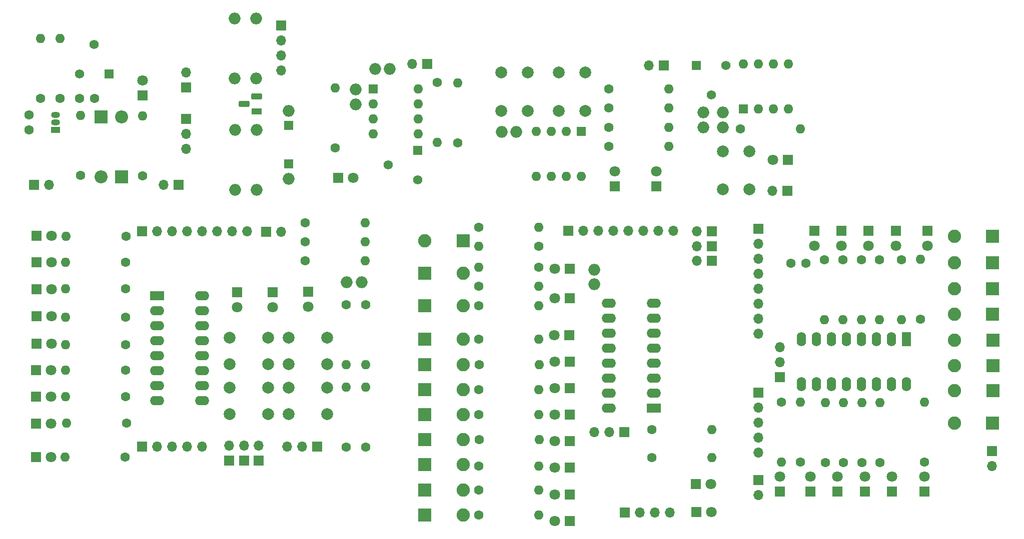
<source format=gbr>
%TF.GenerationSoftware,KiCad,Pcbnew,8.0.3*%
%TF.CreationDate,2024-10-06T13:21:57+03:00*%
%TF.ProjectId,JLC9,4a4c4339-2e6b-4696-9361-645f70636258,rev?*%
%TF.SameCoordinates,Original*%
%TF.FileFunction,Soldermask,Bot*%
%TF.FilePolarity,Negative*%
%FSLAX46Y46*%
G04 Gerber Fmt 4.6, Leading zero omitted, Abs format (unit mm)*
G04 Created by KiCad (PCBNEW 8.0.3) date 2024-10-06 13:21:57*
%MOMM*%
%LPD*%
G01*
G04 APERTURE LIST*
G04 Aperture macros list*
%AMRoundRect*
0 Rectangle with rounded corners*
0 $1 Rounding radius*
0 $2 $3 $4 $5 $6 $7 $8 $9 X,Y pos of 4 corners*
0 Add a 4 corners polygon primitive as box body*
4,1,4,$2,$3,$4,$5,$6,$7,$8,$9,$2,$3,0*
0 Add four circle primitives for the rounded corners*
1,1,$1+$1,$2,$3*
1,1,$1+$1,$4,$5*
1,1,$1+$1,$6,$7*
1,1,$1+$1,$8,$9*
0 Add four rect primitives between the rounded corners*
20,1,$1+$1,$2,$3,$4,$5,0*
20,1,$1+$1,$4,$5,$6,$7,0*
20,1,$1+$1,$6,$7,$8,$9,0*
20,1,$1+$1,$8,$9,$2,$3,0*%
G04 Aperture macros list end*
%ADD10R,1.800000X1.800000*%
%ADD11C,1.800000*%
%ADD12C,2.000000*%
%ADD13O,2.000000X2.000000*%
%ADD14R,1.600000X1.600000*%
%ADD15O,1.600000X1.600000*%
%ADD16C,1.600000*%
%ADD17R,1.700000X1.700000*%
%ADD18O,1.700000X1.700000*%
%ADD19R,1.560000X1.560000*%
%ADD20C,1.560000*%
%ADD21O,2.400000X1.600000*%
%ADD22R,2.400000X1.600000*%
%ADD23C,2.250000*%
%ADD24R,2.250000X2.250000*%
%ADD25R,2.200000X2.200000*%
%ADD26O,2.200000X2.200000*%
%ADD27R,1.500000X1.050000*%
%ADD28O,1.500000X1.050000*%
%ADD29R,1.800000X1.100000*%
%ADD30RoundRect,0.275000X0.625000X-0.275000X0.625000X0.275000X-0.625000X0.275000X-0.625000X-0.275000X0*%
%ADD31R,1.600000X2.400000*%
%ADD32O,1.600000X2.400000*%
G04 APERTURE END LIST*
D10*
%TO.C,D5*%
X187344218Y-87988282D03*
D11*
X184804218Y-87988282D03*
%TD*%
D12*
%TO.C,SW1*%
X138800000Y-79690000D03*
X138800000Y-73190000D03*
X143300000Y-79690000D03*
X143300000Y-73190000D03*
%TD*%
D13*
%TO.C,C33*%
X176304218Y-79935782D03*
X176304218Y-82435782D03*
%TD*%
D14*
%TO.C,U2*%
X179754218Y-79288282D03*
D15*
X182294218Y-79288282D03*
X184834218Y-79288282D03*
X187374218Y-79288282D03*
X187374218Y-71668282D03*
X184834218Y-71668282D03*
X182294218Y-71668282D03*
X179754218Y-71668282D03*
%TD*%
D12*
%TO.C,SW3*%
X176314218Y-92985782D03*
X176314218Y-86485782D03*
X180814218Y-92985782D03*
X180814218Y-86485782D03*
%TD*%
D16*
%TO.C,R25*%
X131450000Y-85105000D03*
D15*
X131450000Y-74945000D03*
%TD*%
D16*
%TO.C,R20*%
X110700000Y-85935000D03*
D15*
X110700000Y-75775000D03*
%TD*%
D12*
%TO.C,SW2*%
X153050000Y-73190000D03*
X153050000Y-79690000D03*
X148550000Y-73190000D03*
X148550000Y-79690000D03*
%TD*%
D11*
%TO.C,D3*%
X165050000Y-89950000D03*
D10*
X165050000Y-92490000D03*
%TD*%
D15*
%TO.C,R19*%
X167210000Y-75940000D03*
D16*
X157050000Y-75940000D03*
%TD*%
%TO.C,R24*%
X127950000Y-74865000D03*
D15*
X127950000Y-85025000D03*
%TD*%
D17*
%TO.C,REF\u002A\u002A*%
X187279218Y-93185782D03*
D18*
X184739218Y-93185782D03*
%TD*%
D15*
%TO.C,R18*%
X167210000Y-85690000D03*
D16*
X157050000Y-85690000D03*
%TD*%
D11*
%TO.C,D6*%
X158050000Y-89925000D03*
D10*
X158050000Y-92465000D03*
%TD*%
D18*
%TO.C,REF\u002A\u002A*%
X163790000Y-72000000D03*
D17*
X166330000Y-72000000D03*
%TD*%
D15*
%TO.C,R21*%
X167210000Y-79190000D03*
D16*
X157050000Y-79190000D03*
%TD*%
D14*
%TO.C,U3*%
X117150000Y-75975000D03*
D15*
X117150000Y-78515000D03*
X117150000Y-81055000D03*
X117150000Y-83595000D03*
X124770000Y-83595000D03*
X124770000Y-81055000D03*
X124770000Y-78515000D03*
X124770000Y-75975000D03*
%TD*%
D19*
%TO.C,RV2*%
X124690000Y-86350000D03*
D20*
X119690000Y-88850000D03*
X124690000Y-91350000D03*
%TD*%
D13*
%TO.C,C31*%
X173054218Y-79935782D03*
X173054218Y-82435782D03*
%TD*%
D15*
%TO.C,R22*%
X167210000Y-82440000D03*
D16*
X157050000Y-82440000D03*
%TD*%
D15*
%TO.C,U1*%
X152330000Y-90720000D03*
X149790000Y-90720000D03*
X147250000Y-90720000D03*
X144710000Y-90720000D03*
X144710000Y-83100000D03*
X147250000Y-83100000D03*
X149790000Y-83100000D03*
D14*
X152330000Y-83100000D03*
%TD*%
D13*
%TO.C,C1*%
X119950000Y-72525000D03*
X117450000Y-72525000D03*
%TD*%
D17*
%TO.C,REF\u002A\u002A*%
X126250000Y-71700000D03*
D18*
X123710000Y-71700000D03*
%TD*%
D13*
%TO.C,C3*%
X141380000Y-83200000D03*
X138880000Y-83200000D03*
%TD*%
%TO.C,C5*%
X114200000Y-78525000D03*
X114200000Y-76025000D03*
%TD*%
D19*
%TO.C,RV1*%
X171864218Y-71985782D03*
D20*
X174364218Y-76985782D03*
X176864218Y-71985782D03*
%TD*%
D16*
%TO.C,R23*%
X179304218Y-82738282D03*
D15*
X189464218Y-82738282D03*
%TD*%
D10*
%TO.C,D4*%
X111200000Y-91025000D03*
D11*
X113740000Y-91025000D03*
%TD*%
D16*
%TO.C,R145*%
X210440000Y-139215000D03*
D15*
X210440000Y-129055000D03*
%TD*%
D21*
%TO.C,U6*%
X88220000Y-110975000D03*
X88220000Y-113515000D03*
X88220000Y-116055000D03*
X88220000Y-118595000D03*
X88220000Y-121135000D03*
X88220000Y-123675000D03*
X88220000Y-126215000D03*
X88220000Y-128755000D03*
X80600000Y-128755000D03*
X80600000Y-126215000D03*
X80600000Y-123675000D03*
X80600000Y-121135000D03*
X80600000Y-118595000D03*
X80600000Y-116055000D03*
X80600000Y-113515000D03*
D22*
X80600000Y-110975000D03*
%TD*%
D18*
%TO.C,REF\u002A\u002A*%
X95275000Y-136410000D03*
D17*
X95275000Y-138950000D03*
%TD*%
D11*
%TO.C,D35*%
X147810000Y-117650371D03*
D10*
X150350000Y-117650371D03*
%TD*%
D15*
%TO.C,R32*%
X145180000Y-148150371D03*
D16*
X135020000Y-148150371D03*
%TD*%
D15*
%TO.C,R23*%
X115760000Y-98600000D03*
D16*
X105600000Y-98600000D03*
%TD*%
D11*
%TO.C,D31*%
X100100000Y-112905000D03*
D10*
X100100000Y-110365000D03*
%TD*%
D23*
%TO.C,SW19*%
X132350000Y-139650371D03*
D24*
X125850000Y-139650371D03*
%TD*%
D15*
%TO.C,R29*%
X145260000Y-135400371D03*
D16*
X135100000Y-135400371D03*
%TD*%
D23*
%TO.C,SW18*%
X132350000Y-135400371D03*
D24*
X125850000Y-135400371D03*
%TD*%
%TO.C,SW61*%
X221990000Y-114135000D03*
D23*
X215490000Y-114135000D03*
%TD*%
D10*
%TO.C,D100*%
X185990000Y-144185000D03*
D11*
X185990000Y-141645000D03*
%TD*%
D17*
%TO.C,SW68*%
X185940000Y-124760000D03*
D18*
X185940000Y-122220000D03*
X185940000Y-119680000D03*
%TD*%
%TO.C,REF\u002A\u002A*%
X171910000Y-100075371D03*
D17*
X174450000Y-100075371D03*
%TD*%
D24*
%TO.C,SW63*%
X221990000Y-105385000D03*
D23*
X215490000Y-105385000D03*
%TD*%
%TO.C,SW11*%
X132350000Y-107150371D03*
D24*
X125850000Y-107150371D03*
%TD*%
D15*
%TO.C,R21*%
X115850000Y-122680000D03*
D16*
X115850000Y-112520000D03*
%TD*%
D10*
%TO.C,D92*%
X191140000Y-144225000D03*
D11*
X191140000Y-141685000D03*
%TD*%
%TO.C,D22*%
X62670000Y-100850000D03*
D10*
X60130000Y-100850000D03*
%TD*%
D11*
%TO.C,D30*%
X62600000Y-138350000D03*
D10*
X60060000Y-138350000D03*
%TD*%
D24*
%TO.C,SW66*%
X221990000Y-100885000D03*
D23*
X215490000Y-100885000D03*
%TD*%
D10*
%TO.C,D95*%
X196390000Y-99995000D03*
D11*
X196390000Y-102535000D03*
%TD*%
D15*
%TO.C,R13*%
X65060000Y-128100000D03*
D16*
X75220000Y-128100000D03*
%TD*%
D11*
%TO.C,D24*%
X62655000Y-109900000D03*
D10*
X60115000Y-109900000D03*
%TD*%
D15*
%TO.C,R26*%
X145260000Y-122650371D03*
D16*
X135100000Y-122650371D03*
%TD*%
D18*
%TO.C,REF\u002A\u002A*%
X92775000Y-136410000D03*
D17*
X92775000Y-138950000D03*
%TD*%
D15*
%TO.C,R38*%
X135020000Y-106150371D03*
D16*
X145180000Y-106150371D03*
%TD*%
D18*
%TO.C,REF\u002A\u002A*%
X88145000Y-136600000D03*
X85605000Y-136600000D03*
X83065000Y-136600000D03*
X80525000Y-136600000D03*
D17*
X77985000Y-136600000D03*
%TD*%
D11*
%TO.C,D44*%
X174310000Y-142900371D03*
D10*
X171770000Y-142900371D03*
%TD*%
D15*
%TO.C,R15*%
X65270000Y-132600000D03*
D16*
X75430000Y-132600000D03*
%TD*%
D23*
%TO.C,SW15*%
X132350000Y-122650371D03*
D24*
X125850000Y-122650371D03*
%TD*%
D11*
%TO.C,D26*%
X62655000Y-119150000D03*
D10*
X60115000Y-119150000D03*
%TD*%
D23*
%TO.C,SW17*%
X132350000Y-131150371D03*
D24*
X125850000Y-131150371D03*
%TD*%
D11*
%TO.C,D28*%
X62640000Y-128100000D03*
D10*
X60100000Y-128100000D03*
%TD*%
%TO.C,D97*%
X210440000Y-144210000D03*
D11*
X210440000Y-141670000D03*
%TD*%
D15*
%TO.C,R22*%
X112600000Y-122680000D03*
D16*
X112600000Y-112520000D03*
%TD*%
D11*
%TO.C,D33*%
X94100000Y-112905000D03*
D10*
X94100000Y-110365000D03*
%TD*%
D11*
%TO.C,D34*%
X147835000Y-111400371D03*
D10*
X150375000Y-111400371D03*
%TD*%
D13*
%TO.C,REF\u002A\u002A*%
X154575000Y-106575371D03*
X154575000Y-109075371D03*
%TD*%
D25*
%TO.C,D1*%
X71100000Y-80655000D03*
D26*
X71100000Y-90815000D03*
%TD*%
D25*
%TO.C,D2*%
X74530000Y-90825000D03*
D26*
X74530000Y-80665000D03*
%TD*%
D17*
%TO.C,J3*%
X85500000Y-75710000D03*
D18*
X85500000Y-73170000D03*
%TD*%
D16*
%TO.C,R2*%
X64110000Y-77515000D03*
D15*
X64110000Y-67355000D03*
%TD*%
D17*
%TO.C,SW1*%
X85500000Y-81010000D03*
D18*
X85500000Y-83550000D03*
X85500000Y-86090000D03*
%TD*%
D17*
%TO.C,J2*%
X84200000Y-92235000D03*
D18*
X81660000Y-92235000D03*
%TD*%
D10*
%TO.C,D3*%
X78100000Y-77035000D03*
D11*
X78100000Y-74495000D03*
%TD*%
D17*
%TO.C,J1*%
X59700000Y-92235000D03*
D18*
X62240000Y-92235000D03*
%TD*%
D16*
%TO.C,R1*%
X60870000Y-77515000D03*
D15*
X60870000Y-67355000D03*
%TD*%
D16*
%TO.C,R4*%
X78100000Y-90715000D03*
D15*
X78100000Y-80555000D03*
%TD*%
D19*
%TO.C,RV1*%
X72400000Y-73435000D03*
D20*
X69900000Y-68435000D03*
X67400000Y-73435000D03*
%TD*%
D27*
%TO.C,Q1*%
X63400000Y-82905000D03*
D28*
X63400000Y-81635000D03*
X63400000Y-80365000D03*
%TD*%
D16*
%TO.C,R3*%
X67600000Y-90615000D03*
D15*
X67600000Y-80455000D03*
%TD*%
D16*
%TO.C,C1*%
X58900000Y-82885000D03*
X58900000Y-80385000D03*
%TD*%
D13*
%TO.C,R190*%
X97350000Y-74170000D03*
X97350000Y-64010000D03*
%TD*%
%TO.C,R191*%
X97400000Y-93080000D03*
X97400000Y-82920000D03*
%TD*%
%TO.C,R221*%
X93700000Y-74170000D03*
X93700000Y-64010000D03*
%TD*%
D17*
%TO.C,REF\u002A\u002A*%
X101550000Y-65200000D03*
D18*
X101550000Y-67740000D03*
X101550000Y-70280000D03*
X101550000Y-72820000D03*
%TD*%
D14*
%TO.C,C29*%
X102850000Y-82150000D03*
D13*
X102850000Y-79650000D03*
%TD*%
D14*
%TO.C,C23*%
X102850000Y-88667621D03*
D13*
X102850000Y-91167621D03*
%TD*%
D16*
%TO.C,C2*%
X67450000Y-77535000D03*
X69950000Y-77535000D03*
%TD*%
D13*
%TO.C,R222*%
X93750000Y-93080000D03*
X93750000Y-82920000D03*
%TD*%
D29*
%TO.C,Q180*%
X97400000Y-79720000D03*
D30*
X95330000Y-78450000D03*
X97400000Y-77180000D03*
%TD*%
D15*
%TO.C,R30*%
X145180000Y-139900371D03*
D16*
X135020000Y-139900371D03*
%TD*%
D15*
%TO.C,R11*%
X65075000Y-119250000D03*
D16*
X75235000Y-119250000D03*
%TD*%
D11*
%TO.C,D38*%
X147835000Y-131150371D03*
D10*
X150375000Y-131150371D03*
%TD*%
D23*
%TO.C,SW12*%
X125850000Y-101650371D03*
D24*
X132350000Y-101650371D03*
%TD*%
D18*
%TO.C,J20*%
X167975000Y-99975371D03*
X165435000Y-99975371D03*
X162895000Y-99975371D03*
X160355000Y-99975371D03*
X157815000Y-99975371D03*
X155275000Y-99975371D03*
X152735000Y-99975371D03*
D17*
X150195000Y-99975371D03*
%TD*%
D15*
%TO.C,R20*%
X115850000Y-126520000D03*
D16*
X115850000Y-136680000D03*
%TD*%
D23*
%TO.C,SW14*%
X132350000Y-118400371D03*
D24*
X125850000Y-118400371D03*
%TD*%
D23*
%TO.C,SW21*%
X132350000Y-148150371D03*
D24*
X125850000Y-148150371D03*
%TD*%
D11*
%TO.C,D32*%
X106100000Y-112890000D03*
D10*
X106100000Y-110350000D03*
%TD*%
D24*
%TO.C,SW65*%
X222040000Y-122835000D03*
D23*
X215540000Y-122835000D03*
%TD*%
D18*
%TO.C,REF\u002A\u002A*%
X101540000Y-100175000D03*
D17*
X99000000Y-100175000D03*
%TD*%
D15*
%TO.C,R8*%
X65075000Y-105350000D03*
D16*
X75235000Y-105350000D03*
%TD*%
D15*
%TO.C,R9*%
X65075000Y-109850000D03*
D16*
X75235000Y-109850000D03*
%TD*%
D11*
%TO.C,D39*%
X147835000Y-135650371D03*
D10*
X150375000Y-135650371D03*
%TD*%
%TO.C,D91*%
X195740000Y-144210000D03*
D11*
X195740000Y-141670000D03*
%TD*%
D12*
%TO.C,SW6*%
X102850000Y-126600000D03*
X109350000Y-126600000D03*
X102850000Y-131100000D03*
X109350000Y-131100000D03*
%TD*%
D11*
%TO.C,D29*%
X62600000Y-132650000D03*
D10*
X60060000Y-132650000D03*
%TD*%
D18*
%TO.C,REF\u002A\u002A*%
X97775000Y-136410000D03*
D17*
X97775000Y-138950000D03*
%TD*%
D15*
%TO.C,R24*%
X145180000Y-112650371D03*
D16*
X135020000Y-112650371D03*
%TD*%
D15*
%TO.C,R25*%
X145180000Y-118400371D03*
D16*
X135020000Y-118400371D03*
%TD*%
D15*
%TO.C,R6*%
X65170000Y-100900000D03*
D16*
X75330000Y-100900000D03*
%TD*%
D12*
%TO.C,SW7*%
X99350000Y-122600000D03*
X92850000Y-122600000D03*
X99350000Y-118100000D03*
X92850000Y-118100000D03*
%TD*%
D16*
%TO.C,R146*%
X206540000Y-104905000D03*
D15*
X206540000Y-115065000D03*
%TD*%
D10*
%TO.C,D94*%
X200990000Y-99995000D03*
D11*
X200990000Y-102535000D03*
%TD*%
D18*
%TO.C,SW9*%
X154545000Y-134150371D03*
X157085000Y-134150371D03*
D17*
X159625000Y-134150371D03*
%TD*%
D16*
%TO.C,R143*%
X193540000Y-104905000D03*
D15*
X193540000Y-115065000D03*
%TD*%
D16*
%TO.C,C35*%
X190340000Y-105485000D03*
X187840000Y-105485000D03*
%TD*%
D15*
%TO.C,R34*%
X174430000Y-138400371D03*
D16*
X164270000Y-138400371D03*
%TD*%
D24*
%TO.C,SW60*%
X222040000Y-118535000D03*
D23*
X215540000Y-118535000D03*
%TD*%
D18*
%TO.C,J20*%
X95765000Y-100100000D03*
X93225000Y-100100000D03*
X90685000Y-100100000D03*
X88145000Y-100100000D03*
X85605000Y-100100000D03*
X83065000Y-100100000D03*
X80525000Y-100100000D03*
D17*
X77985000Y-100100000D03*
%TD*%
D16*
%TO.C,R141*%
X199740000Y-104905000D03*
D15*
X199740000Y-115065000D03*
%TD*%
%TO.C,R10*%
X65075000Y-114650000D03*
D16*
X75235000Y-114650000D03*
%TD*%
%TO.C,R147*%
X186190000Y-129055000D03*
D15*
X186190000Y-139215000D03*
%TD*%
D11*
%TO.C,D42*%
X147850000Y-149150371D03*
D10*
X150390000Y-149150371D03*
%TD*%
D15*
%TO.C,R28*%
X145180000Y-131150371D03*
D16*
X135020000Y-131150371D03*
%TD*%
D18*
%TO.C,REF\u002A\u002A*%
X167345000Y-147775371D03*
X164805000Y-147775371D03*
X162265000Y-147775371D03*
D17*
X159725000Y-147775371D03*
%TD*%
D10*
%TO.C,D96*%
X191790000Y-99995000D03*
D11*
X191790000Y-102535000D03*
%TD*%
D16*
%TO.C,R140*%
X202840000Y-104905000D03*
D15*
X202840000Y-115065000D03*
%TD*%
D16*
%TO.C,R139*%
X193640000Y-139245000D03*
D15*
X193640000Y-129085000D03*
%TD*%
D16*
%TO.C,R138*%
X196740000Y-139245000D03*
D15*
X196740000Y-129085000D03*
%TD*%
D11*
%TO.C,D6*%
X147835000Y-106400371D03*
D10*
X150375000Y-106400371D03*
%TD*%
D24*
%TO.C,SW64*%
X221990000Y-132585000D03*
D23*
X215490000Y-132585000D03*
%TD*%
%TO.C,SW10*%
X132350000Y-112650371D03*
D24*
X125850000Y-112650371D03*
%TD*%
D23*
%TO.C,SW16*%
X132350000Y-126900371D03*
D24*
X125850000Y-126900371D03*
%TD*%
D16*
%TO.C,R149*%
X189440000Y-139215000D03*
D15*
X189440000Y-129055000D03*
%TD*%
%TO.C,R36*%
X135020000Y-102650371D03*
D16*
X145180000Y-102650371D03*
%TD*%
D15*
%TO.C,R12*%
X65060000Y-123650000D03*
D16*
X75220000Y-123650000D03*
%TD*%
D15*
%TO.C,R17*%
X115760000Y-101850000D03*
D16*
X105600000Y-101850000D03*
%TD*%
D11*
%TO.C,D40*%
X147850000Y-140150371D03*
D10*
X150390000Y-140150371D03*
%TD*%
D16*
%TO.C,R137*%
X199840000Y-139245000D03*
D15*
X199840000Y-129085000D03*
%TD*%
D10*
%TO.C,D93*%
X205590000Y-99995000D03*
D11*
X205590000Y-102535000D03*
%TD*%
%TO.C,D41*%
X147835000Y-144650371D03*
D10*
X150375000Y-144650371D03*
%TD*%
D11*
%TO.C,D43*%
X174350000Y-147650371D03*
D10*
X171810000Y-147650371D03*
%TD*%
D15*
%TO.C,R31*%
X145180000Y-143900371D03*
D16*
X135020000Y-143900371D03*
%TD*%
D15*
%TO.C,R33*%
X174430000Y-133650371D03*
D16*
X164270000Y-133650371D03*
%TD*%
D11*
%TO.C,D25*%
X62655000Y-114500000D03*
D10*
X60115000Y-114500000D03*
%TD*%
D18*
%TO.C,SW4*%
X102560000Y-136600000D03*
X105100000Y-136600000D03*
D17*
X107640000Y-136600000D03*
%TD*%
D15*
%TO.C,R37*%
X145180000Y-99400371D03*
D16*
X135020000Y-99400371D03*
%TD*%
D15*
%TO.C,R18*%
X115760000Y-105100000D03*
D16*
X105600000Y-105100000D03*
%TD*%
D31*
%TO.C,U20*%
X207390000Y-118385000D03*
D32*
X204850000Y-118385000D03*
X202310000Y-118385000D03*
X199770000Y-118385000D03*
X197230000Y-118385000D03*
X194690000Y-118385000D03*
X192150000Y-118385000D03*
X189610000Y-118385000D03*
X189610000Y-126005000D03*
X192150000Y-126005000D03*
X194690000Y-126005000D03*
X197230000Y-126005000D03*
X199770000Y-126005000D03*
X202310000Y-126005000D03*
X204850000Y-126005000D03*
X207390000Y-126005000D03*
%TD*%
D24*
%TO.C,SW62*%
X221990000Y-109785000D03*
D23*
X215490000Y-109785000D03*
%TD*%
D10*
%TO.C,D90*%
X200340000Y-144210000D03*
D11*
X200340000Y-141670000D03*
%TD*%
D12*
%TO.C,SW5*%
X92850000Y-126600000D03*
X99350000Y-126600000D03*
X92850000Y-131100000D03*
X99350000Y-131100000D03*
%TD*%
D16*
%TO.C,R144*%
X209740000Y-115015000D03*
D15*
X209740000Y-104855000D03*
%TD*%
%TO.C,R19*%
X112600000Y-126520000D03*
D16*
X112600000Y-136680000D03*
%TD*%
D15*
%TO.C,R16*%
X65005000Y-138350000D03*
D16*
X75165000Y-138350000D03*
%TD*%
D18*
%TO.C,REF\u002A\u002A*%
X171910000Y-102575371D03*
D17*
X174450000Y-102575371D03*
%TD*%
D11*
%TO.C,D36*%
X147835000Y-122150371D03*
D10*
X150375000Y-122150371D03*
%TD*%
D11*
%TO.C,D23*%
X62655000Y-105350000D03*
D10*
X60115000Y-105350000D03*
%TD*%
D23*
%TO.C,SW20*%
X132350000Y-143900371D03*
D24*
X125850000Y-143900371D03*
%TD*%
D18*
%TO.C,REF\u002A\u002A*%
X171910000Y-105075371D03*
D17*
X174450000Y-105075371D03*
%TD*%
D11*
%TO.C,D27*%
X62640000Y-123600000D03*
D10*
X60100000Y-123600000D03*
%TD*%
D16*
%TO.C,R136*%
X202940000Y-139245000D03*
D15*
X202940000Y-129085000D03*
%TD*%
D10*
%TO.C,D99*%
X210940000Y-99995000D03*
D11*
X210940000Y-102535000D03*
%TD*%
%TO.C,D37*%
X147850000Y-126650371D03*
D10*
X150390000Y-126650371D03*
%TD*%
D24*
%TO.C,SW67*%
X222040000Y-127085000D03*
D23*
X215540000Y-127085000D03*
%TD*%
D16*
%TO.C,R142*%
X196640000Y-104925000D03*
D15*
X196640000Y-115085000D03*
%TD*%
D12*
%TO.C,SW8*%
X109350000Y-122600000D03*
X102850000Y-122600000D03*
X109350000Y-118100000D03*
X102850000Y-118100000D03*
%TD*%
D17*
%TO.C,REF\u002A\u002A*%
X182350000Y-127400000D03*
D18*
X182350000Y-129940000D03*
X182350000Y-132480000D03*
X182350000Y-135020000D03*
X182350000Y-137560000D03*
%TD*%
D15*
%TO.C,R35*%
X145180000Y-109400371D03*
D16*
X135020000Y-109400371D03*
%TD*%
D17*
%TO.C,REF\u002A\u002A*%
X221900000Y-137285000D03*
D18*
X221900000Y-139825000D03*
%TD*%
D13*
%TO.C,REF\u002A\u002A*%
X115175000Y-108675000D03*
X112675000Y-108675000D03*
%TD*%
D17*
%TO.C,REF\u002A\u002A*%
X182350000Y-142205000D03*
D18*
X182350000Y-144745000D03*
%TD*%
D15*
%TO.C,R27*%
X145180000Y-126900371D03*
D16*
X135020000Y-126900371D03*
%TD*%
D21*
%TO.C,U7*%
X157030000Y-130050371D03*
X157030000Y-127510371D03*
X157030000Y-124970371D03*
X157030000Y-122430371D03*
X157030000Y-119890371D03*
X157030000Y-117350371D03*
X157030000Y-114810371D03*
X157030000Y-112270371D03*
X164650000Y-112270371D03*
X164650000Y-114810371D03*
X164650000Y-117350371D03*
X164650000Y-119890371D03*
X164650000Y-122430371D03*
X164650000Y-124970371D03*
X164650000Y-127510371D03*
D22*
X164650000Y-130050371D03*
%TD*%
D10*
%TO.C,D89*%
X204940000Y-144210000D03*
D11*
X204940000Y-141670000D03*
%TD*%
D17*
%TO.C,J20*%
X182330000Y-99615000D03*
D18*
X182330000Y-102155000D03*
X182330000Y-104695000D03*
X182330000Y-107235000D03*
X182330000Y-109775000D03*
X182330000Y-112315000D03*
X182330000Y-114855000D03*
X182330000Y-117395000D03*
%TD*%
M02*

</source>
